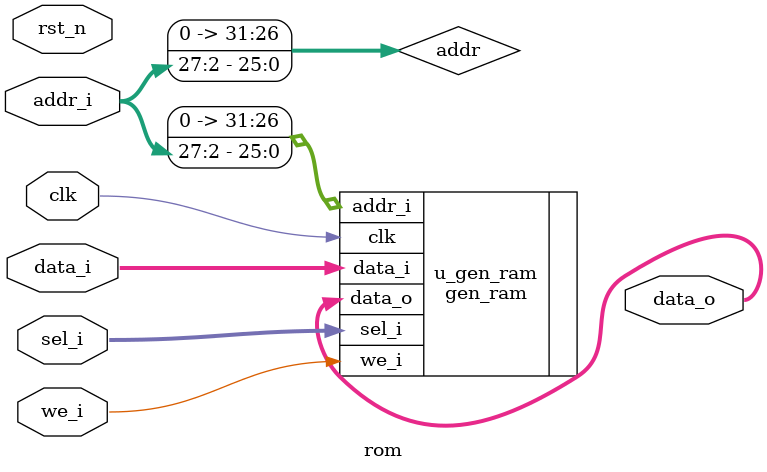
<source format=sv>
 /*                                                                      
 Copyright 2020 Blue Liang, liangkangnan@163.com
                                                                         
 Licensed under the Apache License, Version 2.0 (the "License");         
 you may not use this file except in compliance with the License.        
 You may obtain a copy of the License at                                 
                                                                         
     http://www.apache.org/licenses/LICENSE-2.0                          
                                                                         
 Unless required by applicable law or agreed to in writing, software    
 distributed under the License is distributed on an "AS IS" BASIS,       
 WITHOUT WARRANTIES OR CONDITIONS OF ANY KIND, either express or implied.
 See the License for the specific language governing permissions and     
 limitations under the License.                                          
 */

`include "../core/defines.sv"


module rom #(
    parameter DP = 4096)(

    input wire clk,
    input wire rst_n,
    input wire[31:0] addr_i,
    input wire[31:0] data_i,
    input wire[3:0] sel_i,
    input wire we_i,
	output wire[31:0] data_o

    );

    wire[31:0] addr = {6'h0, addr_i[27:2]};

    gen_ram #(
        .DP(DP),
        .DW(32),
        .MW(4),
        .AW(32)
    ) u_gen_ram(
        .clk(clk),
        .addr_i(addr),
        .data_i(data_i),
        .sel_i(sel_i),
        .we_i(we_i),
        .data_o(data_o)
    );

endmodule

</source>
